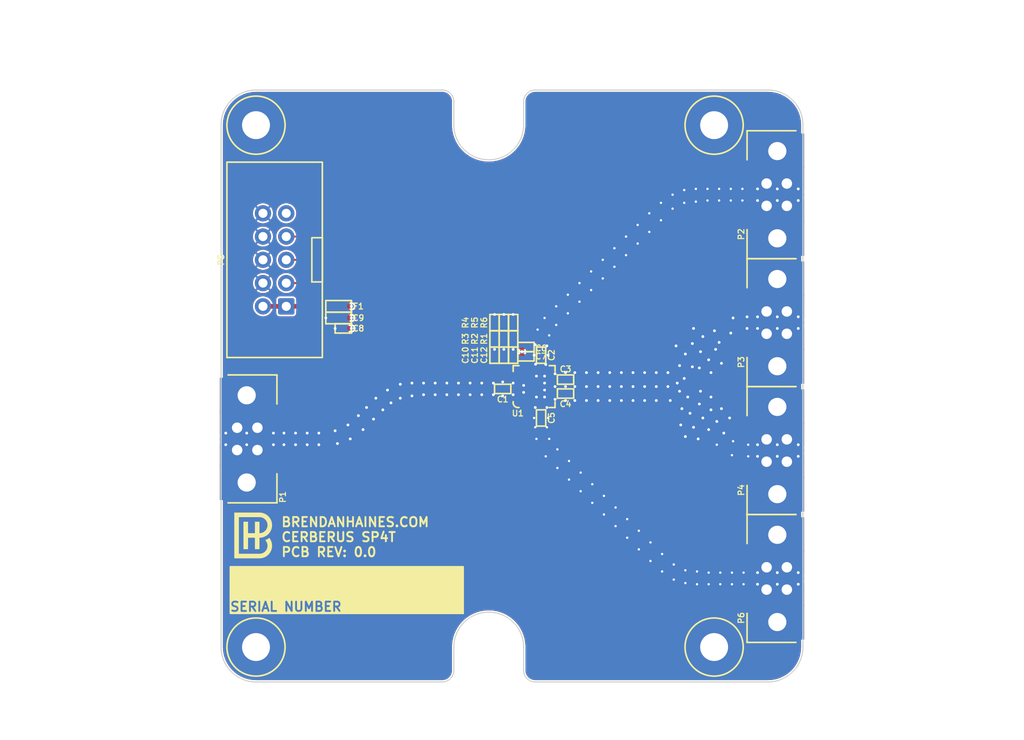
<source format=kicad_pcb>
(kicad_pcb
	(version 20240108)
	(generator "pcbnew")
	(generator_version "8.0")
	(general
		(thickness 1.6)
		(legacy_teardrops no)
	)
	(paper "A")
	(title_block
		(title "${PROJECT_NAME}")
		(rev "${PCB_REVISION}")
		(company "BRENDANHAINES.COM")
	)
	(layers
		(0 "F.Cu" signal)
		(1 "In1.Cu" signal)
		(2 "In2.Cu" signal)
		(31 "B.Cu" signal)
		(32 "B.Adhes" user "B.Adhesive")
		(33 "F.Adhes" user "F.Adhesive")
		(34 "B.Paste" user)
		(35 "F.Paste" user)
		(36 "B.SilkS" user "B.Silkscreen")
		(37 "F.SilkS" user "F.Silkscreen")
		(38 "B.Mask" user)
		(39 "F.Mask" user)
		(40 "Dwgs.User" user "User.Drawings")
		(41 "Cmts.User" user "User.Comments")
		(42 "Eco1.User" user "User.Eco1")
		(43 "Eco2.User" user "User.Eco2")
		(44 "Edge.Cuts" user)
		(45 "Margin" user)
		(46 "B.CrtYd" user "B.Courtyard")
		(47 "F.CrtYd" user "F.Courtyard")
		(48 "B.Fab" user)
		(49 "F.Fab" user)
		(50 "User.1" user)
		(51 "User.2" user)
		(52 "User.3" user)
		(53 "User.4" user)
		(54 "User.5" user)
		(55 "User.6" user)
		(56 "User.7" user)
		(57 "User.8" user)
		(58 "User.9" user)
	)
	(setup
		(stackup
			(layer "F.SilkS"
				(type "Top Silk Screen")
				(color "White")
			)
			(layer "F.Paste"
				(type "Top Solder Paste")
			)
			(layer "F.Mask"
				(type "Top Solder Mask")
				(color "Green")
				(thickness 0.01)
			)
			(layer "F.Cu"
				(type "copper")
				(thickness 0.035)
			)
			(layer "dielectric 1"
				(type "core")
				(thickness 0.48)
				(material "FR4")
				(epsilon_r 4.5)
				(loss_tangent 0.02)
			)
			(layer "In1.Cu"
				(type "copper")
				(thickness 0.035)
			)
			(layer "dielectric 2"
				(type "prepreg")
				(thickness 0.48)
				(material "FR4")
				(epsilon_r 4.5)
				(loss_tangent 0.02)
			)
			(layer "In2.Cu"
				(type "copper")
				(thickness 0.035)
			)
			(layer "dielectric 3"
				(type "core")
				(thickness 0.48)
				(material "FR4")
				(epsilon_r 4.5)
				(loss_tangent 0.02)
			)
			(layer "B.Cu"
				(type "copper")
				(thickness 0.035)
			)
			(layer "B.Mask"
				(type "Bottom Solder Mask")
				(color "Green")
				(thickness 0.01)
			)
			(layer "B.Paste"
				(type "Bottom Solder Paste")
			)
			(layer "B.SilkS"
				(type "Bottom Silk Screen")
				(color "White")
			)
			(copper_finish "ENIG")
			(dielectric_constraints no)
		)
		(pad_to_mask_clearance 0)
		(allow_soldermask_bridges_in_footprints no)
		(grid_origin 80.01 123.19)
		(pcbplotparams
			(layerselection 0x00010fc_ffffffff)
			(plot_on_all_layers_selection 0x0000000_00000000)
			(disableapertmacros no)
			(usegerberextensions no)
			(usegerberattributes yes)
			(usegerberadvancedattributes yes)
			(creategerberjobfile yes)
			(dashed_line_dash_ratio 12.000000)
			(dashed_line_gap_ratio 3.000000)
			(svgprecision 4)
			(plotframeref no)
			(viasonmask no)
			(mode 1)
			(useauxorigin no)
			(hpglpennumber 1)
			(hpglpenspeed 20)
			(hpglpendiameter 15.000000)
			(pdf_front_fp_property_popups yes)
			(pdf_back_fp_property_popups yes)
			(dxfpolygonmode yes)
			(dxfimperialunits yes)
			(dxfusepcbnewfont yes)
			(psnegative no)
			(psa4output no)
			(plotreference yes)
			(plotvalue yes)
			(plotfptext yes)
			(plotinvisibletext no)
			(sketchpadsonfab no)
			(subtractmaskfromsilk no)
			(outputformat 1)
			(mirror no)
			(drillshape 1)
			(scaleselection 1)
			(outputdirectory "")
		)
	)
	(property "PCB_REVISION" "0.0")
	(property "PROJECT_NAME" "CERBERUS SP4T")
	(net 0 "")
	(net 1 "GND")
	(net 2 "/CONN1/VIN_3V3")
	(net 3 "VDC_3V3")
	(net 4 "/RF_C")
	(net 5 "/RF_1")
	(net 6 "/RF_2")
	(net 7 "/CTRL0")
	(net 8 "/RF_3")
	(net 9 "/CTRL1")
	(net 10 "/CTRL2")
	(net 11 "/RF_4")
	(net 12 "Net-(U1-CONTROL_3)")
	(net 13 "Net-(U1-CONTROL_2)")
	(net 14 "Net-(U1-CONTROL_1)")
	(net 15 "/CONN1/D0")
	(net 16 "Net-(U1-RF1)")
	(net 17 "Net-(U1-RF2)")
	(net 18 "Net-(U1-RF3)")
	(net 19 "Net-(U1-RF4)")
	(net 20 "Net-(U1-RF_COM)")
	(footprint "common:CONN_SuperSMA_Amphenol_901-10510-2" (layer "F.Cu") (at 139.7 87.757 -90))
	(footprint "common:MH120X230_#4" (layer "F.Cu") (at 130.0099 123.19))
	(footprint "common:C0402" (layer "F.Cu") (at 113.792 93.98))
	(footprint "common:LOGO_BH" (layer "F.Cu") (at 80.137 113.411))
	(footprint "common:C0402" (layer "F.Cu") (at 111.125 98.171 -90))
	(footprint "common:CONN_SuperSMA_Amphenol_901-10510-2" (layer "F.Cu") (at 139.7 101.727 -90))
	(footprint "common:R0402" (layer "F.Cu") (at 106.045 89.535 -90))
	(footprint "common:C0402" (layer "F.Cu") (at 106.045 91.313 -90))
	(footprint "common:C0402" (layer "F.Cu") (at 108.077 91.313 -90))
	(footprint "common:PinHeader_2x05_P2.54mm_Vertical_Shrouded" (layer "F.Cu") (at 83.312 85.979 90))
	(footprint "common:C0402" (layer "F.Cu") (at 109.474 90.424))
	(footprint "common:R0402" (layer "F.Cu") (at 107.061 87.757 90))
	(footprint "common:R0603" (layer "F.Cu") (at 89.027 85.979))
	(footprint "common:C0402" (layer "F.Cu") (at 106.934 94.996))
	(footprint "common:QFN50P400X400X75-24P" (layer "F.Cu") (at 110.363 94.742 90))
	(footprint "common:C0402" (layer "F.Cu") (at 89.535 88.392 180))
	(footprint "common:R0402" (layer "F.Cu") (at 106.045 87.757 90))
	(footprint "common:MH120X230_#4" (layer "F.Cu") (at 130.0099 66.1924))
	(footprint "common:C0402" (layer "F.Cu") (at 107.061 91.313 -90))
	(footprint "common:R0402" (layer "F.Cu") (at 108.077 87.757 90))
	(footprint "common:CONN_SuperSMA_Amphenol_901-10510-2" (layer "F.Cu") (at 139.7 73.787 -90))
	(footprint "common:R0402" (layer "F.Cu") (at 108.077 89.535 -90))
	(footprint "common:C0402" (layer "F.Cu") (at 111.125 91.313 90))
	(footprint "common:MH120X230_#4" (layer "F.Cu") (at 80.01 123.19))
	(footprint "common:C0402" (layer "F.Cu") (at 109.474 91.44 180))
	(footprint "common:CONN_SuperSMA_Amphenol_901-10510-2" (layer "F.Cu") (at 139.7 115.697 -90))
	(footprint "common:C0603" (layer "F.Cu") (at 89.027 87.249 180))
	(footprint "common:C0402" (layer "F.Cu") (at 113.792 95.504))
	(footprint "common:MH120X230_#4" (layer "F.Cu") (at 80.01 66.1924))
	(footprint "common:CONN_SuperSMA_Amphenol_901-10510-2" (layer "F.Cu") (at 76.2 100.457 90))
	(footprint "common:R0402" (layer "F.Cu") (at 107.061 89.535 -90))
	(gr_poly
		(pts
			(xy 89.408 119.507) (xy 102.616 119.507) (xy 102.616 114.427) (xy 77.216 114.427) (xy 77.216 117.983)
			(xy 89.408 117.983)
		)
		(stroke
			(width 0.1778)
			(type solid)
		)
		(fill solid)
		(layer "F.SilkS")
		(uuid "54e388d0-9772-4369-ac3e-a28d27a63d02")
	)
	(gr_rect
		(start 77.216 117.983)
		(end 89.408 119.507)
		(stroke
			(width 0.1778)
			(type default)
		)
		(fill none)
		(layer "F.SilkS")
		(uuid "7dc4bab5-1662-4e93-ae85-edfcd135bfe1")
	)
	(gr_arc
		(start 109.22 66.167)
		(mid 105.41 69.977)
		(end 101.6 66.167)
		(stroke
			(width 0.127)
			(type default)
		)
		(layer "Edge.Cuts")
		(uuid "12b5dc83-04a1-4ad2-b20b-9ca374104a1d")
	)
	(gr_line
		(start 100.33 127)
		(end 80.01 127)
		(stroke
			(width 0.127)
			(type default)
		)
		(layer "Edge.Cuts")
		(uuid "1d8c4d54-d09d-4552-81d7-fe4fbfc0d2d7")
	)
	(gr_line
		(start 101.6 63.627)
		(end 101.6 66.167)
		(stroke
			(width 0.127)
			(type default)
		)
		(layer "Edge.Cuts")
		(uuid "2973dcc5-815b-4dca-8084-f6e8e8fd19a1")
	)
	(gr_line
		(start 76.2 123.19)
		(end 76.2 66.167)
		(stroke
			(width 0.127)
			(type default)
		)
		(layer "Edge.Cuts")
		(uuid "4a1c085a-0447-40c6-917a-e883b0b5d3b4")
	)
	(gr_arc
		(start 101.6 125.73)
		(mid 101.228026 126.628026)
		(end 100.33 127)
		(stroke
			(width 0.127)
			(type default)
		)
		(layer "Edge.Cuts")
		(uuid "4e122227-9205-48ab-aed8-944187041308")
	)
	(gr_arc
		(start 109.22 63.627)
		(mid 109.591974 62.728974)
		(end 110.49 62.357)
		(stroke
			(width 0.127)
			(type default)
		)
		(layer "Edge.Cuts")
		(uuid "512bf51a-3fa9-4028-a936-f7e6a4733d0c")
	)
	(gr_arc
		(start 101.6 123.19)
		(mid 105.41 119.38)
		(end 109.22 123.19)
		(stroke
			(width 0.127)
			(type default)
		)
		(layer "Edge.Cuts")
		(uuid "5b1e545e-7998-4651-9a7c-7119b11dbb5e")
	)
	(gr_arc
		(start 110.49 127)
		(mid 109.591974 126.628026)
		(end 109.22 125.73)
		(stroke
			(width 0.127)
			(type default)
		)
		(layer "Edge.Cuts")
		(uuid "75ed90dc-01a6-4ef6-a1ad-40d7e7fb9ab5")
	)
	(gr_arc
		(start 135.89 62.357)
		(mid 138.584077 63.472923)
		(end 139.7 66.167)
		(stroke
			(width 0.127)
			(type default)
		)
		(layer "Edge.Cuts")
		(uuid "827095d4-34d5-43ee-8461-ae5f66cdb2c1")
	)
	(gr_line
		(start 135.89 127)
		(end 110.49 127)
		(stroke
			(width 0.127)
			(type default)
		)
		(layer "Edge.Cuts")
		(uuid "8a06cdaa-4b81-476c-ab75-552dda1904ae")
	)
	(gr_arc
		(start 139.7 123.19)
		(mid 138.584077 125.884077)
		(end 135.89 127)
		(stroke
			(width 0.127)
			(type default)
		)
		(layer "Edge.Cuts")
		(uuid "8f3bcc1f-2eb5-4fe9-a5f4-4d4b2420bb7d")
	)
	(gr_line
		(start 135.89 62.357)
		(end 110.49 62.357)
		(stroke
			(width 0.127)
			(type default)
		)
		(layer "Edge.Cuts")
		(uuid "9c756f94-0915-4796-a177-fba955d58861")
	)
	(gr_arc
		(start 76.2 66.167)
		(mid 77.315923 63.472923)
		(end 80.01 62.357)
		(stroke
			(width 0.127)
			(type default)
		)
		(layer "Edge.Cuts")
		(uuid "a2db3517-1557-4cb3-9db4-49484f4b88bb")
	)
	(gr_line
		(start 100.33 62.357)
		(end 80.01 62.357)
		(stroke
			(width 0.127)
			(type default)
		)
		(layer "Edge.Cuts")
		(uuid "a37f7f24-d565-4f0b-8922-f16248f5b0a0")
	)
	(gr_line
		(start 109.22 125.73)
		(end 109.22 123.19)
		(stroke
			(width 0.127)
			(type default)
		)
		(layer "Edge.Cuts")
		(uuid "a5182ac4-ba58-4916-80d1-c3c4552baf6f")
	)
	(gr_arc
		(start 100.33 62.357)
		(mid 101.228026 62.728974)
		(end 101.6 63.627)
		(stroke
			(width 0.127)
			(type default)
		)
		(layer "Edge.Cuts")
		(uuid "bdaa3ce3-1d1d-4bdf-8767-8a155afd4217")
	)
	(gr_line
		(start 139.7 66.167)
		(end 139.7 123.19)
		(stroke
			(width 0.127)
			(type default)
		)
		(layer "Edge.Cuts")
		(uuid "cae215e8-499e-40ef-89eb-35b51bf61b65")
	)
	(gr_line
		(start 109.22 66.167)
		(end 109.22 63.627)
		(stroke
			(width 0.127)
			(type default)
		)
		(layer "Edge.Cuts")
		(uuid "cc06fa9f-a210-4e6d-9270-f07cf87ce584")
	)
	(gr_line
		(start 101.6 123.19)
		(end 101.6 125.73)
		(stroke
			(width 0.127)
			(type default)
		)
		(layer "Edge.Cuts")
		(uuid "d6b52204-62e3-4775-a382-a5e8113dca6a")
	)
	(gr_arc
		(start 80.01 127)
		(mid 77.315923 125.884077)
		(end 76.2 123.19)
		(stroke
			(width 0.127)
			(type default)
		)
		(layer "Edge.Cuts")
		(uuid "eb8ae8c2-ec94-44e1-b1ad-d50dc494b660")
	)
	(gr_text "BRENDANHAINES.COM\n${PROJECT_NAME}\nPCB REV: ${PCB_REVISION}"
		(at 82.677 113.411 0)
		(layer "F.SilkS")
		(uuid "437bdfe8-9461-4ec7-870c-371d6a52dc16")
		(effects
			(font
				(size 1.016 1.016)
				(thickness 0.2032)
				(bold yes)
			)
			(justify left bottom)
		)
	)
	(gr_text "SERIAL NUMBER"
		(at 77.089 119.38 0)
		(layer "F.SilkS" knockout)
		(uuid "6c2be5ce-85b7-4de0-9953-9a61d10d3e1f")
		(effects
			(font
				(size 1.016 1.016)
				(thickness 0.2032)
				(bold yes)
			)
			(justify left bottom)
		)
	)
	(dimension
		(type aligned)
		(layer "F.Fab")
		(uuid "2892fb69-bc65-401b-badd-aa520ee8b469")
		(pts
			(xy 87.503 65.9824) (xy 87.503 122.98)
		)
		(height 19.812)
		(gr_text "2244.0000 mils"
			(at 66.548 94.4812 90)
			(layer "F.Fab")
			(uuid "2892fb69-bc65-401b-badd-aa520ee8b469")
			(effects
				(font
					(size 1.016 1.016)
					(thickness 0.127)
				)
			)
		)
		(format
			(prefix "")
			(suffix "")
			(units 3)
			(units_format 1)
			(precision 4)
		)
		(style
			(thickness 0.127)
			(arrow_length 1.27)
			(text_position_mode 0)
			(extension_height 0.58642)
			(extension_offset 0.254) keep_text_aligned)
	)
	(dimension
		(type aligned)
		(layer "F.Fab")
		(uuid "60aa3d13-cba1-4987-a4d4-8936d20594bd")
		(pts
			(xy 135.89 127) (xy 135.89 62.357)
		)
		(height 10.16)
		(gr_text "2545.0000 mils"
			(at 145.288 94.6785 90)
			(layer "F.Fab")
			(uuid "60aa3d13-cba1-4987-a4d4-8936d20594bd")
			(effects
				(font
					(size 0.635 0.635)
					(thickness 0.127)
				)
			)
		)
		(format
			(prefix "")
			(suffix "")
			(units 3)
			(units_format 1)
			(precision 4)
		)
		(style
			(thickness 0.127)
			(arrow_length 1.27)
			(text_position_mode 0)
			(extension_height 0.58642)
			(extension_offset 1.524) keep_text_aligned)
	)
	(dimension
		(type aligned)
		(layer "F.Fab")
		(uuid "bbab7d88-8f8c-467e-ac80-cb1bdbeed6d1")
		(pts
			(xy 76.2 123.19) (xy 139.7 123.19)
		)
		(height 8.381999)
		(gr_text "2500.0000 mils"
			(at 107.95 130.809999 0)
			(layer "F.Fab")
			(uuid "bbab7d88-8f8c-467e-ac80-cb1bdbeed6d1")
			(effects
				(font
					(size 0.635 0.635)
					(thickness 0.127)
				)
			)
		)
		(format
			(prefix "")
			(suffix "")
			(units 3)
			(units_format 1)
			(precision 4)
		)
		(style
			(thickness 0.127)
			(arrow_length 1.27)
			(text_position_mode 0)
			(extension_height 0.58642)
			(extension_offset 1.524) keep_text_aligned)
	)
	(dimension
		(type aligned)
		(layer "F.Fab")
		(uuid "da0fc324-3843-4697-9d01-01ce7e2f02da")
		(pts
			(xy 80.01 66.1924) (xy 130.0099 66.1924)
		)
		(height -11.7094)
		(gr_text "1968.5000 mils"
			(at 105.00995 53.34 0)
			(layer "F.Fab")
			(uuid "da0fc324-3843-4697-9d01-01ce7e2f02da")
			(effects
				(font
					(size 1.016 1.016)
					(thickness 0.127)
				)
			)
		)
		(format
			(prefix "")
			(suffix "")
			(units 3)
			(units_format 1)
			(precision 4)
		)
		(style
			(thickness 0.127)
			(arrow_length 1.27)
			(text_position_mode 0)
			(extension_height 0.58642)
			(extension_offset 7.62) keep_text_aligned)
	)
	(segment
		(start 107.061 87.332)
		(end 107.061 86.868)
		(width 0.127)
		(layer "F.Cu")
		(net 1)
		(uuid "0601ffe4-a68f-4683-b78c-5eaea6e98d23")
	)
	(segment
		(start 111.613 96.881)
		(end 111.76 97.028)
		(width 0.254)
		(layer "F.Cu")
		(net 1)
		(uuid "0c4a8fad-7718-433c-b5a3-f7181981eae0")
	)
	(segment
		(start 107.061 90.888)
		(end 107.061 90.678)
		(width 0.127)
		(layer "F.Cu")
		(net 1)
		(uuid "27a9e3e3-9cb7-425c-a670-78b1b77ecbc0")
	)
	(segment
		(start 108.463 94.492)
		(end 108.208 94.492)
		(width 0.254)
		(layer "F.Cu")
		(net 1)
		(uuid "398c1a37-2631-443d-b8de-f21d2ad0a190")
	)
	(segment
		(start 112.263 93.492)
		(end 112.502 93.492)
		(width 0.254)
		(layer "F.Cu")
		(net 1)
		(uuid "40f4e4f1-0865-4c49-ac6d-4a668fcbaf50")
	)
	(segment
		(start 112.502 93.492)
		(end 112.649 93.345)
		(width 0.254)
		(layer "F.Cu")
		(net 1)
		(uuid "460c0f8c-293c-4bf3-a44b-bb62ebb1c962")
	)
	(segment
		(start 108.077 87.332)
		(end 108.077 86.868)
		(width 0.127)
		(layer "F.Cu")
		(net 1)
		(uuid "4c7e9a37-577c-415a-985b-7bd01d0504eb")
	)
	(segment
		(start 106.045 87.332)
		(end 106.045 86.868)
		(width 0.127)
		(layer "F.Cu")
		(net 1)
		(uuid "6d5e0beb-8987-4f08-a523-02aadc4c1150")
	)
	(segment
		(start 88.302 87.249)
		(end 87.63 87.249)
		(width 0.508)
		(layer "F.Cu")
		(net 1)
		(uuid "72c942d2-f26e-4582-97bb-d37a6eb0e80c")
	)
	(segment
		(start 112.263 94.492)
		(end 112.399 94.492)
		(width 0.254)
		(layer "F.Cu")
		(net 1)
		(uuid "7b27c582-556d-4c37-81c1-969308a764f8")
	)
	(segment
		(start 108.216 95.492)
		(end 108.077 95.631)
		(width 0.254)
		(layer "F.Cu")
		(net 1)
		(uuid "88dc6131-031f-40e2-ba64-b70a5d32d246")
	)
	(segment
		(start 108.077 90.888)
		(end 108.077 90.678)
		(width 0.127)
		(layer "F.Cu")
		(net 1)
		(uuid "8a534dae-255f-4171-8486-1c500033e011")
	)
	(segment
		(start 111.613 96.642)
		(end 111.613 96.881)
		(width 0.254)
		(layer "F.Cu")
		(net 1)
		(uuid "8d339908-30bc-44ee-8b6c-3688d9ce075e")
	)
	(segment
		(start 110.613 96.905)
		(end 110.49 97.028)
		(width 0.254)
		(layer "F.Cu")
		(net 1)
		(uuid "933b6d5c-9b0c-4bb9-846c-5af54b05cd7c")
	)
	(segment
		(start 112.399 94.492)
		(end 112.649 94.742)
		(width 0.254)
		(layer "F.Cu")
		(net 1)
		(uuid "9638c647-2f38-4ca9-b80e-d4d03527ae1c")
	)
	(segment
		(start 108.208 94.492)
		(end 108.077 94.361)
		(width 0.254)
		(layer "F.Cu")
		(net 1)
		(uuid "9a3be79e-620e-41bd-8298-c32eabe403d3")
	)
	(segment
		(start 112.502 95.992)
		(end 112.649 96.139)
		(width 0.254)
		(layer "F.Cu")
		(net 1)
		(uuid "a7e30e2e-7641-45af-99ab-cee4ffa40e83")
	)
	(segment
		(start 110.613 92.842)
		(end 110.613 92.39544)
		(width 0.254)
		(layer "F.Cu")
		(net 1)
		(uuid "ba34a25a-4f70-4db8-995c-327e21640eaa")
	)
	(segment
		(start 112.399 94.992)
		(end 112.649 94.742)
		(width 0.254)
		(layer "F.Cu")
		(net 1)
		(uuid "bf02c595-3d05-4daf-8152-0a8c4f79652f")
	)
	(segment
		(start 111.613 92.842)
		(end 111.613 92.349)
		(width 0.254)
		(layer "F.Cu")
		(net 1)
		(uuid "c5f61750-8f5d-4964-8dcf-56c8947b3051")
	)
	(segment
		(start 108.463 95.492)
		(end 108.216 95.492)
		(width 0.254)
		(layer "F.Cu")
		(net 1)
		(uuid "c6b3437f-2db7-4a9f-8210-f378156060a7")
	)
	(segment
		(start 111.613 92.349)
		(end 111.633 92.329)
		(width 0.254)
		(layer "F.Cu")
		(net 1)
		(uuid "dbca82e1-2295-494d-ad4d-83e012b0c7a1")
	)
	(segment
		(start 110.613 92.39544)
		(end 110.521658 92.304098)
		(width 0.254)
		(layer "F.Cu")
		(net 1)
		(uuid "e0d0a737-e6f7-4287-a39a-c0f222faaf55")
	)
	(segment
		(start 112.263 95.992)
		(end 112.502 95.992)
		(width 0.254)
		(layer "F.Cu")
		(net 1)
		(uuid "e21c42da-d622-4fe8-86f8-2529d0e46832")
	)
	(segment
		(start 106.045 90.888)
		(end 106.045 90.678)
		(width 0.127)
		(layer "F.Cu")
		(net 1)
		(uuid "ed733c28-96a3-44b6-bf86-7fde808ba0cb")
	)
	(segment
		(start 112.263 94.992)
		(end 112.399 94.992)
		(width 0.254)
		(layer "F.Cu")
		(net 1)
		(uuid "f050c780-289c-490c-8033-f2fc14013a44")
	)
	(segment
		(start 110.613 96.642)
		(end 110.613 96.905)
		(width 0.254)
		(layer "F.Cu")
		(net 1)
		(uuid "f8edea65-a67a-4438-912a-09586e065a03")
	)
	(segment
		(start 89.11 88.392)
		(end 88.646 88.392)
		(width 0.508)
		(layer "F.Cu")
		(net 1)
		(uuid "f92c9204-7e6c-4a10-9638-3b99f6bdab17")
	)
	(via
		(at 118.618 93.218)
		(size 0.508)
		(drill 0.3048)
		(layers "F.Cu" "B.Cu")
		(free yes)
		(net 1)
		(uuid "000e75c1-9126-4e50-befa-dce18dff5910")
	)
	(via
		(at 134.747 116.332)
		(size 0.508)
		(drill 0.3048)
		(layers "F.Cu" "B.Cu")
		(free yes)
		(net 1)
		(uuid "01292e35-5c8c-4ecf-a1cc-7e3db9b85721")
	)
	(via
		(at 109.22 95.377)
		(size 0.508)
		(drill 0.3048)
		(layers "F.Cu" "B.Cu")
		(net 1)
		(uuid "027b3311-d082-4d7d-8f94-fb619d4d9195")
	)
	(via
		(at 129.667 97.282)
		(size 0.508)
		(drill 0.3048)
		(layers "F.Cu" "B.Cu")
		(free yes)
		(net 1)
		(uuid "028bb475-03a4-401f-b3da-13c30fe9d495")
	)
	(via
		(at 136.906 87.122)
		(size 0.508)
		(drill 0.3048)
		(layers "F.Cu" "B.Cu")
		(free yes)
		(net 1)
		(uuid "02ba2390-5c1c-4a0e-903a-ccadd4989567")
	)
	(via
		(at 105.918 94.361)
		(size 0.508)
		(drill 0.3048)
		(layers "F.Cu" "B.Cu")
		(free yes)
		(net 1)
		(uuid "037a0129-5eee-4d8b-8870-ca45c068bc73")
	)
	(via
		(at 126.238 95.25)
		(size 0.508)
		(drill 0.3048)
		(layers "F.Cu" "B.Cu")
		(free yes)
		(net 1)
		(uuid "052b4e7a-85d6-407f-8f1b-23470ac0b223")
	)
	(via
		(at 93.853 97.282)
		(size 0.508)
		(drill 0.3048)
		(layers "F.Cu" "B.Cu")
		(free yes)
		(net 1)
		(uuid "06a92f8c-62a4-4a21-8c26-fa1051bc955d")
	)
	(via
		(at 125.603 115.824)
		(size 0.508)
		(drill 0.254)
		(layers "F.Cu" "B.Cu")
		(free yes)
		(net 1)
		(uuid "07478088-b4d3-4f4a-a9ba-1804914d5dac")
	)
	(via
		(at 139.192 102.362)
		(size 0.508)
		(drill 0.3048)
		(layers "F.Cu" "B.Cu")
		(free yes)
		(net 1)
		(uuid "07bcad39-aaaf-4152-80e6-d770e7060b25")
	)
	(via
		(at 131.699 98.171)
		(size 0.508)
		(drill 0.3048)
		(layers "F.Cu" "B.Cu")
		(free yes)
		(net 1)
		(uuid "0ac0c1a2-3a0d-47f0-af69-acd04295d431")
	)
	(via
		(at 136.906 73.152)
		(size 0.508)
		(drill 0.3048)
		(layers "F.Cu" "B.Cu")
		(free yes)
		(net 1)
		(uuid "0cd7a28f-df0d-413c-84d0-23d2181c902e")
	)
	(via
		(at 131.826 73.152)
		(size 0.508)
		(drill 0.254)
		(layers "F.Cu" "B.Cu")
		(free yes)
		(net 1)
		(uuid "0e069267-1fbd-472f-9e08-405e498233e8")
	)
	(via
		(at 119.253 109.982)
		(size 0.508)
		(drill 0.254)
		(layers "F.Cu" "B.Cu")
		(free yes)
		(net 1)
		(uuid "0e1047e0-b5d1-4ea6-9c91-ae465d409c3b")
	)
	(via
		(at 116.586 84.201)
		(size 0.508)
		(drill 0.254)
		(layers "F.Cu" "B.Cu")
		(free yes)
		(net 1)
		(uuid "0e28baed-3342-42dd-b037-0480974b0954")
	)
	(via
		(at 123.063 113.792)
		(size 0.508)
		(drill 0.254)
		(layers "F.Cu" "B.Cu")
		(free yes)
		(net 1)
		(uuid "0e415305-2dc6-4be1-ad83-a038035131bc")
	)
	(via
		(at 100.838 95.631)
		(size 0.508)
		(drill 0.3048)
		(layers "F.Cu" "B.Cu")
		(free yes)
		(net 1)
		(uuid "0e6b6099-aaf9-4c99-9a05-5fa19dd40106")
	)
	(via
		(at 136.906 74.422)
		(size 0.508)
		(drill 0.3048)
		(layers "F.Cu" "B.Cu")
		(free yes)
		(net 1)
		(uuid "0ec8f2e8-8469-444d-a433-9b7612af63ba")
	)
	(via
		(at 111.506 95.885)
		(size 0.508)
		(drill 0.3048)
		(layers "F.Cu" "B.Cu")
		(net 1)
		(uuid "0f920c89-22fb-47f7-9920-295942ecc9d3")
	)
	(via
		(at 111.506 95.123)
		(size 0.508)
		(drill 0.3048)
		(layers "F.Cu" "B.Cu")
		(net 1)
		(uuid "0fbeab8a-cd9d-4158-b06a-0bdbffe2e650")
	)
	(via
		(at 124.333 113.03)
		(size 0.508)
		(drill 0.254)
		(layers "F.Cu" "B.Cu")
		(free yes)
		(net 1)
		(uuid "1126728c-d994-4b2c-b8fd-05962ef0c062")
	)
	(via
		(at 130.683 115.062)
		(size 0.508)
		(drill 0.254)
		(layers "F.Cu" "B.Cu")
		(free yes)
		(net 1)
		(uuid "11ddc6e7-60f8-4339-82e7-28ac6bb7f8cd")
	)
	(via
		(at 124.206 74.676)
		(size 0.508)
		(drill 0.254)
		(layers "F.Cu" "B.Cu")
		(free yes)
		(net 1)
		(uuid "126d4a56-706e-4497-8e4b-a57593f9ce5b")
	)
	(via
		(at 126.238 92.456)
		(size 0.508)
		(drill 0.3048)
		(layers "F.Cu" "B.Cu")
		(free yes)
		(net 1)
		(uuid "18ceb4f8-5b2b-4708-80a4-b36b8001b13a")
	)
	(via
		(at 115.316 85.471)
		(size 0.508)
		(drill 0.254)
		(layers "F.Cu" "B.Cu")
		(free yes)
		(net 1)
		(uuid "18e70abd-a6ba-4b7e-934c-b33e62c223c7")
	)
	(via
		(at 112.649 93.345)
		(size 0.508)
		(drill 0.3048)
		(layers "F.Cu" "B.Cu")
		(net 1)
		(uuid "198d2d56-6aa6-4a54-9d8a-ad5c43ed0a1e")
	)
	(via
		(at 129.413 99.441)
		(size 0.508)
		(drill 0.3048)
		(layers "F.Cu" "B.Cu")
		(free yes)
		(net 1)
		(uuid "1a394817-64ce-41a5-b105-49a3a4351f42")
	)
	(via
		(at 126.492 97.155)
		(size 0.508)
		(drill 0.3048)
		(layers "F.Cu" "B.Cu")
		(free yes)
		(net 1)
		(uuid "1b36f989-928e-47a9-bb7e-29e830703ce5")
	)
	(via
		(at 112.776 85.979)
		(size 0.508)
		(drill 0.254)
		(layers "F.Cu" "B.Cu")
		(free yes)
		(net 1)
		(uuid "1f59bd86-43f4-4d9f-b43f-e6b0be553d98")
	)
	(via
		(at 110.49 99.187)
		(size 0.508)
		(drill 0.254)
		(layers "F.Cu" "B.Cu")
		(free yes)
		(net 1)
		(uuid "1f6403ed-73a0-45d9-af97-0bbc72186f26")
	)
	(via
		(at 112.014 89.154)
		(size 0.508)
		(drill 0.254)
		(layers "F.Cu" "B.Cu")
		(free yes)
		(net 1)
		(uuid "21c8de05-092c-4aef-b7eb-8317b5edf2d2")
	)
	(via
		(at 136.906 116.332)
		(size 0.508)
		(drill 0.3048)
		(layers "F.Cu" "B.Cu")
		(free yes)
		(net 1)
		(uuid "23002002-9f3f-4b80-8987-fc906ec68206")
	)
	(via
		(at 111.633 92.329)
		(size 0.508)
		(drill 0.3048)
		(layers "F.Cu" "B.Cu")
		(net 1)
		(uuid "2358e014-d32f-41d6-a275-2944a29efd0f")
	)
	(via
		(at 119.888 94.742)
		(size 0.508)
		(drill 0.3048)
		(layers "F.Cu" "B.Cu")
		(free yes)
		(net 1)
		(uuid "249d1d3b-8a9a-4d2d-93a0-0ee5c2e8ec61")
	)
	(via
		(at 127.127 95.885)
		(size 0.508)
		(drill 0.3048)
		(layers "F.Cu" "B.Cu")
		(free yes)
		(net 1)
		(uuid "254e58e0-32fd-4ea6-a282-1425d4e73704")
	)
	(via
		(at 111.506 93.599)
		(size 0.508)
		(drill 0.3048)
		(layers "F.Cu" "B.Cu")
		(net 1)
		(uuid "2634ec9e-2fd3-44c7-9edd-cb7214444003")
	)
	(via
		(at 108.077 94.361)
		(size 0.508)
		(drill 0.3048)
		(layers "F.Cu" "B.Cu")
		(net 1)
		(uuid "27d360f8-b945-4065-affe-6a8db4c33abe")
	)
	(via
		(at 121.158 94.742)
		(size 0.508)
		(drill 0.3048)
		(layers "F.Cu" "B.Cu")
		(free yes)
		(net 1)
		(uuid "28d998e5-e6b5-4b3a-88ba-4ea9ed5598bc")
	)
	(via
		(at 133.604 87.122)
		(size 0.508)
		(drill 0.3048)
		(layers "F.Cu" "B.Cu")
		(free yes)
		(net 1)
		(uuid "2962f8b8-0544-45f0-bf2f-bf73aa1c23bf")
	)
	(via
		(at 130.81 97.155)
		(size 0.508)
		(drill 0.3048)
		(layers "F.Cu" "B.Cu")
		(free yes)
		(net 1)
		(uuid "296d0304-2970-4388-9c4f-39d6feb87288")
	)
	(via
		(at 116.713 107.442)
		(size 0.508)
		(drill 0.254)
		(layers "F.Cu" "B.Cu")
		(free yes)
		(net 1)
		(uuid "2aa6bf2b-c03c-4ded-b39b-b76363e677c1")
	)
	(via
		(at 117.983 106.68)
		(size 0.508)
		(drill 0.254)
		(layers "F.Cu" "B.Cu")
		(free yes)
		(net 1)
		(uuid "2b1b85c8-4a7c-419e-b329-2abc7da4ef69")
	)
	(via
		(at 129.667 93.218)
		(size 0.508)
		(drill 0.3048)
		(layers "F.Cu" "B.Cu")
		(free yes)
		(net 1)
		(uuid "2d70bc8e-757c-4b80-a761-a09611602627")
	)
	(via
		(at 118.618 96.266)
		(size 0.508)
		(drill 0.3048)
		(layers "F.Cu" "B.Cu")
		(free yes)
		(net 1)
		(uuid "2e9a17b3-9b98-4f58-a930-cdb13d8b85ed")
	)
	(via
		(at 134.747 87.122)
		(size 0.508)
		(drill 0.3048)
		(layers "F.Cu" "B.Cu")
		(free yes)
		(net 1)
		(uuid "2fd98d8c-bf33-4d4d-bd1c-da4da983baf8")
	)
	(via
		(at 123.063 111.76)
		(size 0.508)
		(drill 0.254)
		(layers "F.Cu" "B.Cu")
		(free yes)
		(net 1)
		(uuid "302c7dab-1ade-46e0-bf2e-6f5529baeece")
	)
	(via
		(at 118.618 94.742)
		(size 0.508)
		(drill 0.3048)
		(layers "F.Cu" "B.Cu")
		(free yes)
		(net 1)
		(uuid "305760df-6d16-4a99-9d1f-4dc03ce558bd")
	)
	(via
		(at 108.077 86.868)
		(size 0.508)
		(drill 0.3048)
		(layers "F.Cu" "B.Cu")
		(net 1)
		(uuid "30c160a3-8964-457f-99ff-2e94d553ba28")
	)
	(via
		(at 106.045 86.868)
		(size 0.508)
		(drill 0.3048)
		(layers "F.Cu" "B.Cu")
		(net 1)
		(uuid "323da9ab-d34c-44cb-9199-d20cafed18cb")
	)
	(via
		(at 111.76 90.297)
		(size 0.508)
		(drill 0.3048)
		(layers "F.Cu" "B.Cu")
		(free yes)
		(net 1)
		(uuid "33e380af-a935-44d8-ba4c-b1b0a742d380")
	)
	(via
		(at 116.713 105.41)
		(size 0.508)
		(drill 0.254)
		(layers "F.Cu" "B.Cu")
		(free yes)
		(net 1)
		(uuid "3443f51b-a4a8-429a-aeb9-fb9816d3d374")
	)
	(via
		(at 111.633 102.362)
		(size 0.508)
		(drill 0.254)
		(layers "F.Cu" "B.Cu")
		(free yes)
		(net 1)
		(uuid "389caa17-724b-4f62-9a33-08408ba45d1e")
	)
	(via
		(at 119.888 93.218)
		(size 0.508)
		(drill 0.3048)
		(layers "F.Cu" "B.Cu")
		(free yes)
		(net 1)
		(uuid "39c90a6a-76b0-4ea3-847c-f93ae52741d3")
	)
	(via
		(at 131.064 99.822)
		(size 0.508)
		(drill 0.3048)
		(layers "F.Cu" "B.Cu")
		(free yes)
		(net 1)
		(uuid "3d3b3306-f8f0-40a1-853a-eec020fa9b15")
	)
	(via
		(at 125.984 94.361)
		(size 0.508)
		(drill 0.3048)
		(layers "F.Cu" "B.Cu")
		(free yes)
		(net 1)
		(uuid "3fe73f70-4f4d-4869-a84b-e9e6757306c9")
	)
	(via
		(at 110.49 90.17)
		(size 0.508)
		(drill 0.3048)
		(layers "F.Cu" "B.Cu")
		(free yes)
		(net 1)
		(uuid "40159213-00aa-4ac4-9867-d2ca3b16ee94")
	)
	(via
		(at 125.476 75.311)
		(size 0.508)
		(drill 0.254)
		(layers "F.Cu" "B.Cu")
		(free yes)
		(net 1)
		(uuid "41b7fc5d-3702-4205-97ee-3d1094fc3df6")
	)
	(via
		(at 122.428 93.218)
		(size 0.508)
		(drill 0.3048)
		(layers "F.Cu" "B.Cu")
		(free yes)
		(net 1)
		(uuid "423b01c6-82a7-4587-bd42-9f1d150ad130")
	)
	(via
		(at 130.81 92.202)
		(size 0.508)
		(drill 0.3048)
		(layers "F.Cu" "B.Cu")
		(free yes)
		(net 1)
		(uuid "431c69b7-0439-45a4-887b-5ae1459d9a0b")
	)
	(via
		(at 121.158 93.218)
		(size 0.508)
		(drill 0.3048)
		(layers "F.Cu" "B.Cu")
		(free yes)
		(net 1)
		(uuid "432bad93-e9ec-4cf7-ace3-f2bcd7141827")
	)
	(via
		(at 84.328 101.092)
		(size 0.508)
		(drill 0.3048)
		(layers "F.Cu" "B.Cu")
		(free yes)
		(net 1)
		(uuid "44c3b017-9bad-495e-8226-beb5bb8a041c")
	)
	(via
		(at 117.348 94.742)
		(size 0.508)
		(drill 0.3048)
		(layers "F.Cu" "B.Cu")
		(free yes)
		(net 1)
		(uuid "453660b2-2e9d-40ac-91d6-6cf545d3f173")
	)
	(via
		(at 81.915 99.822)
		(size 0.508)
		(drill 0.3048)
		(layers "F.Cu" "B.Cu")
		(free yes)
		(net 1)
		(uuid "462af655-4962-4396-a489-ff1ef6d5ab1f")
	)
	(via
		(at 127.762 99.187)
		(size 0.508)
		(drill 0.3048)
		(layers "F.Cu" "B.Cu")
		(free yes)
		(net 1)
		(uuid "462b974b-c0b2-4bf0-a04b-942054ee08f7")
	)
	(via
		(at 110.617 100.457)
		(size 0.508)
		(drill 0.254)
		(layers "F.Cu" "B.Cu")
		(free yes)
		(net 1)
		(uuid "469dffcc-0ff3-49e3-a1d3-5d8551f68fc2")
	)
	(via
		(at 136.906 102.362)
		(size 0.508)
		(drill 0.3048)
		(layers "F.Cu" "B.Cu")
		(free yes)
		(net 1)
		(uuid "4733c5ff-baeb-40cf-a492-ea9c8d0518bd")
	)
	(via
		(at 98.298 94.361)
		(size 0.508)
		(drill 0.3048)
		(layers "F.Cu" "B.Cu")
		(free yes)
		(net 1)
		(uuid "47bfe2e9-5a4a-4bc0-9db5-71299210424f")
	)
	(via
		(at 110.363 98.171)
		(size 0.508)
		(drill 0.254)
		(layers "F.Cu" "B.Cu")
		(free yes)
		(net 1)
		(uuid "487e3fcf-6136-42a9-8b11-fad11b472f44")
	)
	(via
		(at 86.868 101.092)
		(size 0.508)
		(drill 0.3048)
		(layers "F.Cu" "B.Cu")
		(free yes)
		(net 1)
		(uuid "4a29244e-4386-430a-89ea-d8b07df0ee05")
	)
	(via
		(at 121.158 96.266)
		(size 0.508)
		(drill 0.3048)
		(layers "F.Cu" "B.Cu")
		(free yes)
		(net 1)
		(uuid "4a61463b-2622-4f5c-954b-89906078d23d")
	)
	(via
		(at 113.792 94.742)
		(size 0.508)
		(drill 0.3048)
		(layers "F.Cu" "B.Cu")
		(free yes)
		(net 1)
		(uuid "4c4b7a8e-ada0-4c2d-ac29-866d3ad41ef9")
	)
	(via
		(at 117.856 80.899)
		(size 0.508)
		(drill 0.254)
		(layers "F.Cu" "B.Cu")
		(free yes)
		(net 1)
		(uuid "4d466b1a-e214-4f51-88ff-3686b459a677")
	)
	(via
		(at 130.175 90.678)
		(size 0.508)
		(drill 0.3048)
		(layers "F.Cu" "B.Cu")
		(free yes)
		(net 1)
		(uuid "4df1c01d-e248-4fb2-b065-2686a681903d")
	)
	(via
		(at 111.76 99.187)
		(size 0.508)
		(drill 0.254)
		(layers "F.Cu" "B.Cu")
		(free yes)
		(net 1)
		(uuid "4e0e0ff9-a109-4880-b1fb-1c99a9907614")
	)
	(via
		(at 126.873 100.203)
		(size 0.508)
		(drill 0.3048)
		(layers "F.Cu" "B.Cu")
		(free yes)
		(net 1)
		(uuid "4e27256c-40ec-46c7-802c-d0496772d167")
	)
	(via
		(at 113.792 93.218)
		(size 0.508)
		(drill 0.3048)
		(layers "F.Cu" "B.Cu")
		(free yes)
		(net 1)
		(uuid "522ee064-33d7-42b5-8696-a3a9daaacdb9")
	)
	(via
		(at 130.683 116.332)
		(size 0.508)
		(drill 0.254)
		(layers "F.Cu" "B.Cu")
		(free yes)
		(net 1)
		(uuid "56eacb60-8fac-47dc-80e7-b0f25e688835")
	)
	(via
		(at 131.953 116.332)
		(size 0.508)
		(drill 0.254)
		(layers "F.Cu" "B.Cu")
		(free yes)
		(net 1)
		(uuid "56ee114c-0ffc-4bc1-b49a-bd2103abc951")
	)
	(via
		(at 86.868 99.822)
		(size 0.508)
		(drill 0.3048)
		(layers "F.Cu" "B.Cu")
		(free yes)
		(net 1)
		(uuid "5839d164-7ff4-427b-a698-c868fc913909")
	)
	(via
		(at 104.648 94.361)
		(size 0.508)
		(drill 0.3048)
		(layers "F.Cu" "B.Cu")
		(free yes)
		(net 1)
		(uuid "59d73bf9-7e52-4ffd-8b32-23e405ca50af")
	)
	(via
		(at 130.302 98.552)
		(size 0.508)
		(drill 0.3048)
		(layers "F.Cu" "B.Cu")
		(free yes)
		(net 1)
		(uuid "5a560c29-ccb6-4db3-a0b0-2c5150aa0432")
	)
	(via
		(at 134.747 88.392)
		(size 0.508)
		(drill 0.3048)
		(layers "F.Cu" "B.Cu")
		(free yes)
		(net 1)
		(uuid "5becdc27-060e-4269-ac8a-7db36d3afab1")
	)
	(via
		(at 117.983 108.712)
		(size 0.508)
		(drill 0.254)
		(layers "F.Cu" "B.Cu")
		(free yes)
		(net 1)
		(uuid "5c64d37e-11c1-4f29-b18e-f0c1b4d44422")
	)
	(via
		(at 128.143 116.332)
		(size 0.508)
		(drill 0.254)
		(layers "F.Cu" "B.Cu")
		(free yes)
		(net 1)
		(uuid "5cb87824-8e0f-454c-948b-2ef60cabe45a")
	)
	(via
		(at 110.744 88.519)
		(size 0.508)
		(drill 0.254)
		(layers "F.Cu" "B.Cu")
		(free yes)
		(net 1)
		(uuid "5d0fdb4a-6082-4591-ad19-8f2891735bfb")
	)
	(via
		(at 129.413 115.062)
		(size 0.508)
		(drill 0.254)
		(layers "F.Cu" "B.Cu")
		(free yes)
		(net 1)
		(uuid "5d7ef816-b2f1-4ddc-acdd-36b5f4b3ba8a")
	)
	(via
		(at 132.08 87.249)
		(size 0.508)
		(drill 0.3048)
		(layers "F.Cu" "B.Cu")
		(free yes)
		(net 1)
		(uuid "5fa889fb-63cd-45a7-8d80-be61db07195f")
	)
	(via
		(at 136.906 115.062)
		(size 0.508)
		(drill 0.3048)
		(layers "F.Cu" "B.Cu")
		(free yes)
		(net 1)
		(uuid "60b580c4-902f-40bc-acc5-f99188807dd2")
	)
	(via
		(at 114.046 86.741)
		(size 0.508)
		(drill 0.254)
		(layers "F.Cu" "B.Cu")
		(free yes)
		(net 1)
		(uuid "617d7e45-7e2d-4d1e-afef-b96a0a22fcf6")
	)
	(via
		(at 131.826 88.9)
		(size 0.508)
		(drill 0.3048)
		(layers "F.Cu" "B.Cu")
		(free yes)
		(net 1)
		(uuid "631dc1b0-100a-4dab-a492-33be7caae24c")
	)
	(via
		(at 126.873 91.186)
		(size 0.508)
		(drill 0.3048)
		(layers "F.Cu" "B.Cu")
		(free yes)
		(net 1)
		(uuid "63257b98-af52-4f6a-b20d-96211ede3950")
	)
	(via
		(at 108.077 90.678)
		(size 0.508)
		(drill 0.3048)
		(layers "F.Cu" "B.Cu")
		(net 1)
		(uuid "6589fcd4-06a7-4c99-815a-c0378ebac7b5")
	)
	(via
		(at 119.253 107.95)
		(size 0.508)
		(drill 0.254)
		(layers "F.Cu" "B.Cu")
		(free yes)
		(net 1)
		(uuid "665363b1-5b5d-4a60-91dc-0b73af8ecbf5")
	)
	(via
		(at 129.286 73.152)
		(size 0.508)
		(drill 0.254)
		(layers "F.Cu" "B.Cu")
		(free yes)
		(net 1)
		(uuid "674c1370-ea9a-4821-8326-bdd6072d995d")
	)
	(via
		(at 106.934 94.234)
		(size 0.508)
		(drill 0.3048)
		(layers "F.Cu" "B.Cu")
		(free yes)
		(net 1)
		(uuid "6a348b46-bbe2-411f-97b8-a04c9be633d5")
	)
	(via
		(at 112.649 96.139)
		(size 0.508)
		(drill 0.3048)
		(layers "F.Cu" "B.Cu")
		(net 1)
		(uuid "6a3ac6b6-f4e9-4a06-8936-3c7720b26113")
	)
	(via
		(at 97.028 94.361)
		(size 0.508)
		(drill 0.3048)
		(layers "F.Cu" "B.Cu")
		(free yes)
		(net 1)
		(uuid "6a718a11-1fa8-4e62-9bc2-4545c681efb0")
	)
	(via
		(at 130.048 88.646)
		(size 0.508)
		(drill 0.3048)
		(layers "F.Cu" "B.Cu")
		(free yes)
		(net 1)
		(uuid "6b144964-385d-47a0-9cc9-7c5046eb76d6")
	)
	(via
		(at 124.206 76.581)
		(size 0.508)
		(drill 0.254)
		(layers "F.Cu" "B.Cu")
		(free yes)
		(net 1)
		(uuid "6ed3b7f9-dc6b-4b09-bdf8-943a40cb0585")
	)
	(via
		(at 112.903 103.632)
		(size 0.508)
		(drill 0.254)
		(layers "F.Cu" "B.Cu")
		(free yes)
		(net 1)
		(uuid "6f28af12-c59b-4b56-9052-cb114fabf01b")
	)
	(via
		(at 126.746 74.676)
		(size 0.508)
		(drill 0.254)
		(layers "F.Cu" "B.Cu")
		(free yes)
		(net 1)
		(uuid "71436ab4-4865-491d-a018-4768f49985ba")
	)
	(via
		(at 106.045 90.678)
		(size 0.508)
		(drill 0.3048)
		(layers "F.Cu" "B.Cu")
		(net 1)
		(uuid "71c275a9-4b81-4a96-a52f-8102dd980f40")
	)
	(via
		(at 94.361 95.123)
		(size 0.508)
		(drill 0.3048)
		(layers "F.Cu" "B.Cu")
		(free yes)
		(net 1)
		(uuid "72ed14fe-4b85-4a0a-803a-01e5c88f787e")
	)
	(via
		(at 88.646 99.568)
		(size 0.508)
		(drill 0.3048)
		(layers "F.Cu" "B.Cu")
		(free yes)
		(net 1)
		(uuid "7328aef0-8709-49f9-91a6-14a7b1614e2c")
	)
	(via
		(at 114.173 104.902)
		(size 0.508)
		(drill 0.254)
		(layers "F.Cu" "B.Cu")
		(free yes)
		(net 1)
		(uuid "73af7322-8968-468e-b308-5438873d6d1b")
	)
	(via
		(at 129.667 95.885)
		(size 0.508)
		(drill 0.3048)
		(layers "F.Cu" "B.Cu")
		(free yes)
		(net 1)
		(uuid "73b474f8-208a-4dc1-b80e-552d57e8fcfa")
	)
	(via
		(at 85.598 99.822)
		(size 0.508)
		(drill 0.3048)
		(layers "F.Cu" "B.Cu")
		(free yes)
		(net 1)
		(uuid "73dc53ac-6954-472a-a68f-8421ceed7569")
	)
	(via
		(at 139.192 101.092)
		(size 0.508)
		(drill 0.3048)
		(layers "F.Cu" "B.Cu")
		(free yes)
		(net 1)
		(uuid "7575da47-6aef-4377-b4ee-a5493f0b7226")
	)
	(via
		(at 134.747 101.092)
		(size 0.508)
		(drill 0.3048)
		(layers "F.Cu" "B.Cu")
		(free yes)
		(net 1)
		(uuid "78b07ec5-ed8f-4a8f-a990-b62672403c36")
	)
	(via
		(at 114.808 94.742)
		(size 0.508)
		(drill 0.3048)
		(layers "F.Cu" "B.Cu")
		(free yes)
		(net 1)
		(uuid "7a0c0ae0-fc53-4eff-87d3-da111862447a")
	)
	(via
		(at 134.747 73.152)
		(size 0.508)
		(drill 0.3048)
		(layers "F.Cu" "B.Cu")
		(free yes)
		(net 1)
		(uuid "7a8f16d7-d91b-4e87-b793-4f33372ba895")
	)
	(via
		(at 76.708 99.822)
		(size 0.508)
		(drill 0.3048)
		(layers "F.Cu" "B.Cu")
		(free yes)
		(net 1)
		(uuid "7bd36c21-eb96-4a05-9400-450a914557fd")
	)
	(via
		(at 128.143 114.935)
		(size 0.508)
		(drill 0.254)
		(layers "F.Cu" "B.Cu")
		(free yes)
		(net 1)
		(uuid "7c383152-f3a1-4757-8e8c-ce46552f742f")
	)
	(via
		(at 85.598 101.092)
		(size 0.508)
		(drill 0.3048)
		(layers "F.Cu" "B.Cu")
		(free yes)
		(net 1)
		(uuid "7e5ba467-087f-49e6-93f9-f03aa41995ae")
	)
	(via
		(at 120.396 78.359)
		(size 0.508)
		(drill 0.254)
		(layers "F.Cu" "B.Cu")
		(free yes)
		(net 1)
		(uuid "828ec162-68ca-4dbc-bd8c-340b4fb6dcb5")
	)
	(via
		(at 112.014 100.457)
		(size 0.508)
		(drill 0.254)
		(layers "F.Cu" "B.Cu")
		(free yes)
		(net 1)
		(uuid "82a44214-99b5-48f4-94dc-fc76d91a2157")
	)
	(via
		(at 133.604 88.392)
		(size 0.508)
		(drill 0.3048)
		(layers "F.Cu" "B.Cu")
		(free yes)
		(net 1)
		(uuid "84a76f10-e63a-400a-9cf1-a30f52e7cabd")
	)
	(via
		(at 112.649 94.742)
		(size 0.508)
		(drill 0.3048)
		(layers "F.Cu" "B.Cu")
		(net 1)
		(uuid "85a4fdd2-7200-4688-b338-919808d2cc8a")
	)
	(via
		(at 112.903 101.6)
		(size 0.508)
		(drill 0.254)
		(layers "F.Cu" "B.Cu")
		(free yes)
		(net 1)
		(uuid "85add507-ad77-41f3-85fd-0cad8ba681af")
	)
	(via
		(at 114.808 93.218)
		(size 0.508)
		(drill 0.3048)
		(layers "F.Cu" "B.Cu")
		(free yes)
		(net 1)
		(uuid "86b96f47-3655-41a3-be04-c93c18f26f9a")
	)
	(via
		(at 134.747 115.062)
		(size 0.508)
		(drill 0.3048)
		(layers "F.Cu" "B.Cu")
		(free yes)
		(net 1)
		(uuid "88f15e0c-eee6-4e39-a350-04e3b353eb8d")
	)
	(via
		(at 110.49 97.028)
		(size 0.508)
		(drill 0.3048)
		(layers "F.Cu" "B.Cu")
		(net 1)
		(uuid "88f93a3a-eb37-42da-b1c9-d14e6bf62e98")
	)
	(via
		(at 98.298 95.631)
		(size 0.508)
		(drill 0.3048)
		(layers "F.Cu" "B.Cu")
		(free yes)
		(net 1)
		(uuid "8a34d433-7c19-4388-8703-0c8600b44c41")
	)
	(via
		(at 133.223 115.062)
		(size 0.508)
		(drill 0.254)
		(layers "F.Cu" "B.Cu")
		(free yes)
		(net 1)
		(uuid "8b12844e-34c4-4be4-a6af-962845636087")
	)
	(via
		(at 117.348 93.218)
		(size 0.508)
		(drill 0.3048)
		(layers "F.Cu" "B.Cu")
		(free yes)
		(net 1)
		(uuid "8d23862c-bae9-42dc-b7fa-41cdc9f7c022")
	)
	(via
		(at 129.413 91.821)
		(size 0.508)
		(drill 0.3048)
		(layers "F.Cu" "B.Cu")
		(free yes)
		(net 1)
		(uuid "8e0a1ff3-e609-4ce0-9c1a-1a66f2a906f7")
	)
	(via
		(at 91.694 99.441)
		(size 0.508)
		(drill 0.3048)
		(layers "F.Cu" "B.Cu")
		(free yes)
		(net 1)
		(uuid "8f0834e3-e469-450c-a960-4514e0ebeeba")
	)
	(via
		(at 93.091 96.012)
		(size 0.508)
		(drill 0.3048)
		(layers "F.Cu" "B.Cu")
		(free yes)
		(net 1)
		(uuid "905f3af3-b555-475c-8ccd-19e655cd77f9")
	)
	(via
		(at 128.016 73.152)
		(size 0.508)
		(drill 0.254)
		(layers "F.Cu" "B.Cu")
		(free yes)
		(net 1)
		(uuid "90c42537-0383-45e1-88f9-82c856b76b07")
	)
	(via
		(at 95.758 96.012)
		(size 0.508)
		(drill 0.3048)
		(layers "F.Cu" "B.Cu")
		(free yes)
		(net 1)
		(uuid "91e36a44-b46a-4c3f-bd3a-8d71b97299dd")
	)
	(via
		(at 123.698 93.218)
		(size 0.508)
		(drill 0.3048)
		(layers "F.Cu" "B.Cu")
		(free yes)
		(net 1)
		(uuid "92dd12af-886e-425d-8960-f33e91ea74a0")
	)
	(via
		(at 128.397 92.71)
		(size 0.508)
		(drill 0.3048)
		(layers "F.Cu" "B.Cu")
		(free yes)
		(net 1)
		(uuid "955dd96d-f0c7-4b2a-99ec-0d3ea9b7386b")
	)
	(via
		(at 104.648 95.631)
		(size 0.508)
		(drill 0.3048)
		(layers "F.Cu" "B.Cu")
		(free yes)
		(net 1)
		(uuid "96191833-98bd-423a-80d1-1594ed4cee0c")
	)
	(via
		(at 133.731 102.362)
		(size 0.508)
		(drill 0.254)
		(layers "F.Cu" "B.Cu")
		(free yes)
		(net 1)
		(uuid "968fa23b-21b4-4ab2-b00c-3da0fe45e615")
	)
	(via
		(at 99.568 95.631)
		(size 0.508)
		(drill 0.3048)
		(layers "F.Cu" "B.Cu")
		(free yes)
		(net 1)
		(uuid "96b05d62-1548-49d2-8977-c72e152eda2e")
	)
	(via
		(at 128.397 96.647)
		(size 0.508)
		(drill 0.3048)
		(layers "F.Cu" "B.Cu")
		(free yes)
		(net 1)
		(uuid "970b656a-5751-4e02-bb10-c50933a2e67f")
	)
	(via
		(at 136.906 88.392)
		(size 0.508)
		(drill 0.3048)
		(layers "F.Cu" "B.Cu")
		(free yes)
		(net 1)
		(uuid "9ac20477-b4e0-43ec-9e35-4b7ccfb7e1eb")
	)
	(via
		(at 111.506 87.249)
		(size 0.508)
		(drill 0.254)
		(layers "F.Cu" "B.Cu")
		(free yes)
		(net 1)
		(uuid "9bde0ba8-ef5f-48f8-b556-caa03229bc1c")
	)
	(via
		(at 134.747 102.362)
		(size 0.508)
		(drill 0.3048)
		(layers "F.Cu" "B.Cu")
		(free yes)
		(net 1)
		(uuid "9c712aec-b62a-470c-92fd-31eff8f31f1d")
	)
	(via
		(at 133.096 74.422)
		(size 0.508)
		(drill 0.254)
		(layers "F.Cu" "B.Cu")
		(free yes)
		(net 1)
		(uuid "9d18cf33-969b-41dd-adba-64310b366379")
	)
	(via
		(at 99.568 94.361)
		(size 0.508)
		(drill 0.3048)
		(layers "F.Cu" "B.Cu")
		(free yes)
		(net 1)
		(uuid "9d4eb3d7-e19a-4bf9-850e-7ad71c806125")
	)
	(via
		(at 122.936 75.819)
		(size 0.508)
		(drill 0.254)
		(layers "F.Cu" "B.Cu")
		(free yes)
		(net 1)
		(uuid "9e323528-3f93-465d-9fa8-089518dd5e64")
	)
	(via
		(at 83.058 101.092)
		(size 0.508)
		(drill 0.3048)
		(layers "F.Cu" "B.Cu")
		(free yes)
		(net 1)
		(uuid "9e6565a5-2ca6-4234-9a68-390f487eafcc")
	)
	(via
		(at 120.523 109.22)
		(size 0.508)
		(drill 0.254)
		(layers "F.Cu" "B.Cu")
		(free yes)
		(net 1)
		(uuid "9ed394bd-35ac-4d1a-9959-c6ded357f678")
	)
	(via
		(at 110.617 93.599)
		(size 0.508)
		(drill 0.3048)
		(layers "F.Cu" "B.Cu")
		(net 1)
		(uuid "9f25ad9c-04a4-43dc-b99f-efcf
... [669444 chars truncated]
</source>
